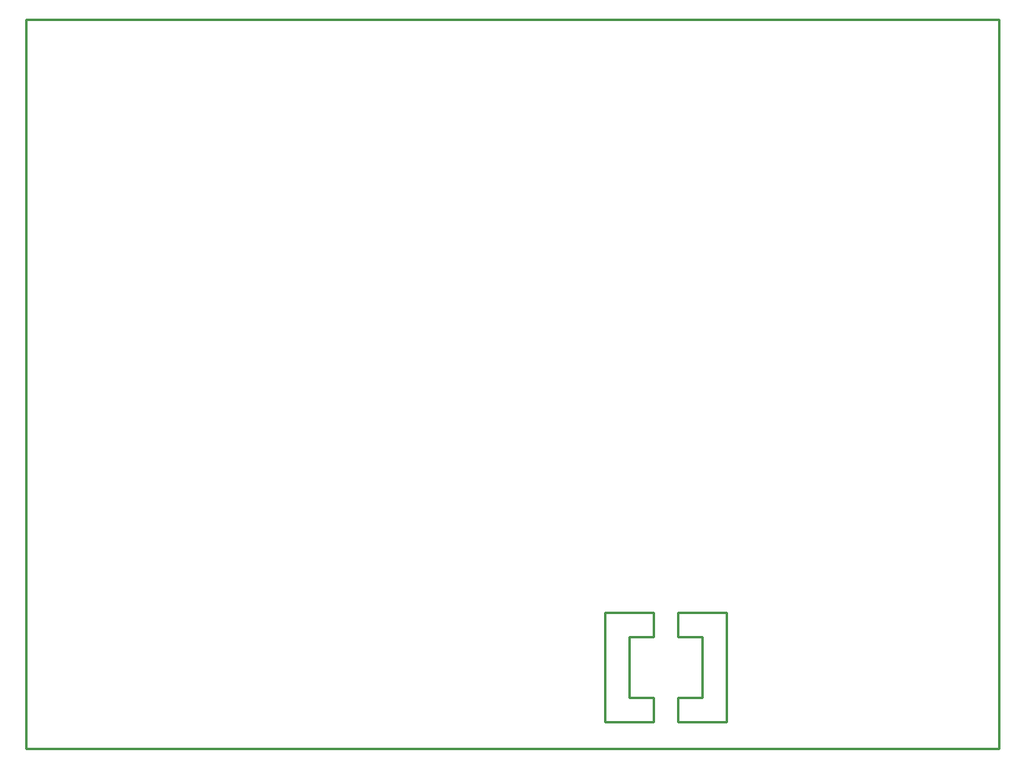
<source format=gko>
*
*
G04 PADS VX.1.1 Build Number: 678707 generated Gerber (RS-274-X) file*
G04 PC Version=2.1*
*
%IN "pCO2SensorBoard1_4_3.pc"*%
*
%MOIN*%
*
%FSLAX35Y35*%
*
*
*
*
G04 PC Standard Apertures*
*
*
G04 Thermal Relief Aperture macro.*
%AMTER*
1,1,$1,0,0*
1,0,$1-$2,0,0*
21,0,$3,$4,0,0,45*
21,0,$3,$4,0,0,135*
%
*
*
G04 Annular Aperture macro.*
%AMANN*
1,1,$1,0,0*
1,0,$2,0,0*
%
*
*
G04 Odd Aperture macro.*
%AMODD*
1,1,$1,0,0*
1,0,$1-0.005,0,0*
%
*
*
G04 PC Custom Aperture Macros*
*
*
*
*
*
*
G04 PC Aperture Table*
*
%ADD011C,0.01*%
%ADD087C,0.001*%
*
*
*
*
G04 PC Circuitry*
G04 Layer Name pCO2SensorBoard1_4_3.pc - circuitry*
%LPD*%
*
*
G04 PC Custom Flashes*
G04 Layer Name pCO2SensorBoard1_4_3.pc - flashes*
%LPD*%
*
*
G04 PC Circuitry*
G04 Layer Name pCO2SensorBoard1_4_3.pc - circuitry*
%LPD*%
*
G54D11*
G01X100000Y100000D02*
X500000D01*
Y400000*
X100000*
Y100000*
X358000Y146000D02*
X348000D01*
Y121000*
X358000*
Y111000*
X338000*
Y156000*
X358000*
Y146000*
X368000Y156000D02*
Y146000D01*
X378000*
Y121000*
X368000*
Y111000*
X388000*
Y156000*
X368000*
G54D87*
X0Y0D02*
M02*

</source>
